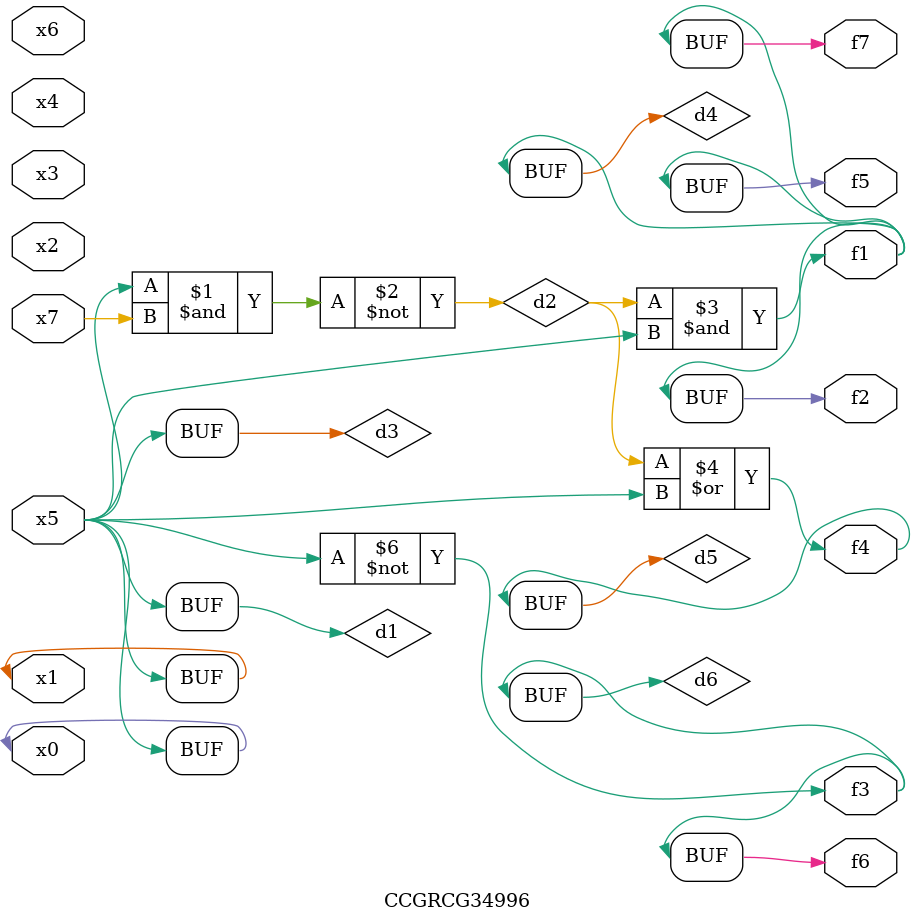
<source format=v>
module CCGRCG34996(
	input x0, x1, x2, x3, x4, x5, x6, x7,
	output f1, f2, f3, f4, f5, f6, f7
);

	wire d1, d2, d3, d4, d5, d6;

	buf (d1, x0, x5);
	nand (d2, x5, x7);
	buf (d3, x0, x1);
	and (d4, d2, d3);
	or (d5, d2, d3);
	nor (d6, d1, d3);
	assign f1 = d4;
	assign f2 = d4;
	assign f3 = d6;
	assign f4 = d5;
	assign f5 = d4;
	assign f6 = d6;
	assign f7 = d4;
endmodule

</source>
